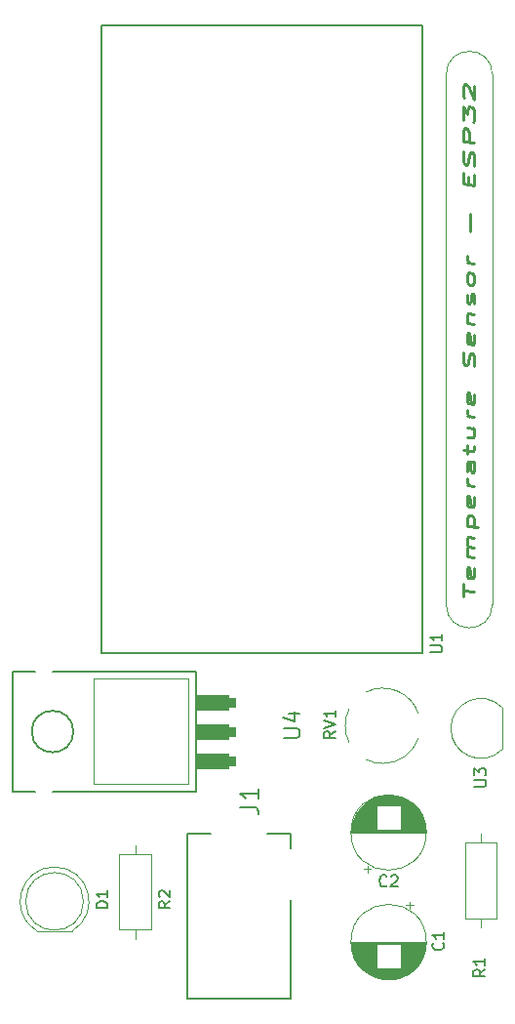
<source format=gbr>
G04 #@! TF.GenerationSoftware,KiCad,Pcbnew,(5.1.12)-1*
G04 #@! TF.CreationDate,2021-12-26T01:52:18+01:00*
G04 #@! TF.ProjectId,esp32,65737033-322e-46b6-9963-61645f706362,rev?*
G04 #@! TF.SameCoordinates,Original*
G04 #@! TF.FileFunction,Legend,Top*
G04 #@! TF.FilePolarity,Positive*
%FSLAX46Y46*%
G04 Gerber Fmt 4.6, Leading zero omitted, Abs format (unit mm)*
G04 Created by KiCad (PCBNEW (5.1.12)-1) date 2021-12-26 01:52:18*
%MOMM*%
%LPD*%
G01*
G04 APERTURE LIST*
%ADD10C,0.120000*%
%ADD11C,0.250000*%
%ADD12C,0.127000*%
%ADD13C,0.050800*%
%ADD14C,0.010000*%
%ADD15C,0.200000*%
%ADD16C,0.150000*%
G04 APERTURE END LIST*
D10*
X163000000Y-84000000D02*
G75*
G02*
X159000000Y-84000000I-2000000J0D01*
G01*
X159000000Y-38000000D02*
G75*
G02*
X163000000Y-38000000I2000000J0D01*
G01*
X163000000Y-38000000D02*
X163000000Y-84000000D01*
X159000000Y-38000000D02*
X159000000Y-84000000D01*
D11*
X160452380Y-83316443D02*
X160452380Y-82173586D01*
X161452380Y-82870014D02*
X160452380Y-82745014D01*
X161404761Y-80864062D02*
X161452380Y-81060491D01*
X161452380Y-81441443D01*
X161404761Y-81625967D01*
X161309523Y-81709300D01*
X160928571Y-81661681D01*
X160833333Y-81554538D01*
X160785714Y-81358110D01*
X160785714Y-80977157D01*
X160833333Y-80792633D01*
X160928571Y-80709300D01*
X161023809Y-80721205D01*
X161119047Y-81685491D01*
X161452380Y-79917633D02*
X160785714Y-79834300D01*
X160880952Y-79846205D02*
X160833333Y-79745014D01*
X160785714Y-79548586D01*
X160785714Y-79262872D01*
X160833333Y-79078348D01*
X160928571Y-78995014D01*
X161452380Y-79060491D01*
X160928571Y-78995014D02*
X160833333Y-78887872D01*
X160785714Y-78691443D01*
X160785714Y-78405729D01*
X160833333Y-78221205D01*
X160928571Y-78137872D01*
X161452380Y-78203348D01*
X160785714Y-77167633D02*
X161785714Y-77292633D01*
X160833333Y-77173586D02*
X160785714Y-76977157D01*
X160785714Y-76596205D01*
X160833333Y-76411681D01*
X160880952Y-76322395D01*
X160976190Y-76239062D01*
X161261904Y-76274776D01*
X161357142Y-76381919D01*
X161404761Y-76483110D01*
X161452380Y-76679538D01*
X161452380Y-77060491D01*
X161404761Y-77245014D01*
X161404761Y-74673586D02*
X161452380Y-74870014D01*
X161452380Y-75250967D01*
X161404761Y-75435491D01*
X161309523Y-75518824D01*
X160928571Y-75471205D01*
X160833333Y-75364062D01*
X160785714Y-75167633D01*
X160785714Y-74786681D01*
X160833333Y-74602157D01*
X160928571Y-74518824D01*
X161023809Y-74530729D01*
X161119047Y-75495014D01*
X161452380Y-73727157D02*
X160785714Y-73643824D01*
X160976190Y-73667633D02*
X160880952Y-73560491D01*
X160833333Y-73459300D01*
X160785714Y-73262872D01*
X160785714Y-73072395D01*
X161452380Y-71631919D02*
X160928571Y-71566443D01*
X160833333Y-71649776D01*
X160785714Y-71834300D01*
X160785714Y-72215252D01*
X160833333Y-72411681D01*
X161404761Y-71625967D02*
X161452380Y-71822395D01*
X161452380Y-72298586D01*
X161404761Y-72483110D01*
X161309523Y-72566443D01*
X161214285Y-72554538D01*
X161119047Y-72447395D01*
X161071428Y-72250967D01*
X161071428Y-71774776D01*
X161023809Y-71578348D01*
X160785714Y-70881919D02*
X160785714Y-70120014D01*
X160452380Y-70554538D02*
X161309523Y-70661681D01*
X161404761Y-70578348D01*
X161452380Y-70393824D01*
X161452380Y-70203348D01*
X160785714Y-68596205D02*
X161452380Y-68679538D01*
X160785714Y-69453348D02*
X161309523Y-69518824D01*
X161404761Y-69435491D01*
X161452380Y-69250967D01*
X161452380Y-68965252D01*
X161404761Y-68768824D01*
X161357142Y-68667633D01*
X161452380Y-67727157D02*
X160785714Y-67643824D01*
X160976190Y-67667633D02*
X160880952Y-67560491D01*
X160833333Y-67459300D01*
X160785714Y-67262872D01*
X160785714Y-67072395D01*
X161404761Y-65721205D02*
X161452380Y-65917633D01*
X161452380Y-66298586D01*
X161404761Y-66483110D01*
X161309523Y-66566443D01*
X160928571Y-66518824D01*
X160833333Y-66411681D01*
X160785714Y-66215252D01*
X160785714Y-65834300D01*
X160833333Y-65649776D01*
X160928571Y-65566443D01*
X161023809Y-65578348D01*
X161119047Y-66542633D01*
X161404761Y-63340252D02*
X161452380Y-63060491D01*
X161452380Y-62584300D01*
X161404761Y-62387872D01*
X161357142Y-62286681D01*
X161261904Y-62179538D01*
X161166666Y-62167633D01*
X161071428Y-62250967D01*
X161023809Y-62340252D01*
X160976190Y-62524776D01*
X160928571Y-62899776D01*
X160880952Y-63084300D01*
X160833333Y-63173586D01*
X160738095Y-63256919D01*
X160642857Y-63245014D01*
X160547619Y-63137872D01*
X160500000Y-63036681D01*
X160452380Y-62840252D01*
X160452380Y-62364062D01*
X160500000Y-62084300D01*
X161404761Y-60578348D02*
X161452380Y-60774776D01*
X161452380Y-61155729D01*
X161404761Y-61340252D01*
X161309523Y-61423586D01*
X160928571Y-61375967D01*
X160833333Y-61268824D01*
X160785714Y-61072395D01*
X160785714Y-60691443D01*
X160833333Y-60506919D01*
X160928571Y-60423586D01*
X161023809Y-60435491D01*
X161119047Y-61399776D01*
X160785714Y-59548586D02*
X161452380Y-59631919D01*
X160880952Y-59560491D02*
X160833333Y-59459300D01*
X160785714Y-59262872D01*
X160785714Y-58977157D01*
X160833333Y-58792633D01*
X160928571Y-58709300D01*
X161452380Y-58774776D01*
X161404761Y-57911681D02*
X161452380Y-57727157D01*
X161452380Y-57346205D01*
X161404761Y-57149776D01*
X161309523Y-57042633D01*
X161261904Y-57036681D01*
X161166666Y-57120014D01*
X161119047Y-57304538D01*
X161119047Y-57590252D01*
X161071428Y-57774776D01*
X160976190Y-57858110D01*
X160928571Y-57852157D01*
X160833333Y-57745014D01*
X160785714Y-57548586D01*
X160785714Y-57262872D01*
X160833333Y-57078348D01*
X161452380Y-55917633D02*
X161404761Y-56102157D01*
X161357142Y-56191443D01*
X161261904Y-56274776D01*
X160976190Y-56239062D01*
X160880952Y-56131919D01*
X160833333Y-56030729D01*
X160785714Y-55834300D01*
X160785714Y-55548586D01*
X160833333Y-55364062D01*
X160880952Y-55274776D01*
X160976190Y-55191443D01*
X161261904Y-55227157D01*
X161357142Y-55334300D01*
X161404761Y-55435491D01*
X161452380Y-55631919D01*
X161452380Y-55917633D01*
X161452380Y-54393824D02*
X160785714Y-54310491D01*
X160976190Y-54334300D02*
X160880952Y-54227157D01*
X160833333Y-54125967D01*
X160785714Y-53929538D01*
X160785714Y-53739062D01*
X161071428Y-51584300D02*
X161071428Y-50060491D01*
X160928571Y-47566443D02*
X160928571Y-46899776D01*
X161452380Y-46679538D02*
X161452380Y-47631919D01*
X160452380Y-47506919D01*
X160452380Y-46554538D01*
X161404761Y-45911681D02*
X161452380Y-45631919D01*
X161452380Y-45155729D01*
X161404761Y-44959300D01*
X161357142Y-44858110D01*
X161261904Y-44750967D01*
X161166666Y-44739062D01*
X161071428Y-44822395D01*
X161023809Y-44911681D01*
X160976190Y-45096205D01*
X160928571Y-45471205D01*
X160880952Y-45655729D01*
X160833333Y-45745014D01*
X160738095Y-45828348D01*
X160642857Y-45816443D01*
X160547619Y-45709300D01*
X160500000Y-45608110D01*
X160452380Y-45411681D01*
X160452380Y-44935491D01*
X160500000Y-44655729D01*
X161452380Y-43917633D02*
X160452380Y-43792633D01*
X160452380Y-43030729D01*
X160500000Y-42846205D01*
X160547619Y-42756919D01*
X160642857Y-42673586D01*
X160785714Y-42691443D01*
X160880952Y-42798586D01*
X160928571Y-42899776D01*
X160976190Y-43096205D01*
X160976190Y-43858110D01*
X160452380Y-41983110D02*
X160452380Y-40745014D01*
X160833333Y-41459300D01*
X160833333Y-41173586D01*
X160880952Y-40989062D01*
X160928571Y-40899776D01*
X161023809Y-40816443D01*
X161261904Y-40846205D01*
X161357142Y-40953348D01*
X161404761Y-41054538D01*
X161452380Y-41250967D01*
X161452380Y-41822395D01*
X161404761Y-42006919D01*
X161357142Y-42096205D01*
X160547619Y-39995014D02*
X160500000Y-39893824D01*
X160452380Y-39697395D01*
X160452380Y-39221205D01*
X160500000Y-39036681D01*
X160547619Y-38947395D01*
X160642857Y-38864062D01*
X160738095Y-38875967D01*
X160880952Y-38989062D01*
X161452380Y-40203348D01*
X161452380Y-38965252D01*
D10*
X156591846Y-95564608D02*
G75*
G02*
X153500000Y-97770000I-3091846J1064608D01*
G01*
X152016032Y-91586171D02*
G75*
G02*
X156592000Y-93436000I1483968J-2913829D01*
G01*
X150586613Y-95985202D02*
G75*
G02*
X150586000Y-93016000I2913387J1485202D01*
G01*
X153556863Y-97770075D02*
G75*
G02*
X152015000Y-97414000I-56863J3270075D01*
G01*
X156154000Y-110064759D02*
X155524000Y-110064759D01*
X155839000Y-109749759D02*
X155839000Y-110379759D01*
X154402000Y-116491000D02*
X153598000Y-116491000D01*
X154633000Y-116451000D02*
X153367000Y-116451000D01*
X154802000Y-116411000D02*
X153198000Y-116411000D01*
X154940000Y-116371000D02*
X153060000Y-116371000D01*
X155059000Y-116331000D02*
X152941000Y-116331000D01*
X155165000Y-116291000D02*
X152835000Y-116291000D01*
X155262000Y-116251000D02*
X152738000Y-116251000D01*
X155350000Y-116211000D02*
X152650000Y-116211000D01*
X155432000Y-116171000D02*
X152568000Y-116171000D01*
X155509000Y-116131000D02*
X152491000Y-116131000D01*
X155581000Y-116091000D02*
X152419000Y-116091000D01*
X155650000Y-116051000D02*
X152350000Y-116051000D01*
X155714000Y-116011000D02*
X152286000Y-116011000D01*
X155776000Y-115971000D02*
X152224000Y-115971000D01*
X155834000Y-115931000D02*
X152166000Y-115931000D01*
X155890000Y-115891000D02*
X152110000Y-115891000D01*
X155944000Y-115851000D02*
X152056000Y-115851000D01*
X155995000Y-115811000D02*
X152005000Y-115811000D01*
X156044000Y-115771000D02*
X151956000Y-115771000D01*
X156092000Y-115731000D02*
X151908000Y-115731000D01*
X156137000Y-115691000D02*
X151863000Y-115691000D01*
X156182000Y-115651000D02*
X151818000Y-115651000D01*
X156224000Y-115611000D02*
X151776000Y-115611000D01*
X156265000Y-115571000D02*
X151735000Y-115571000D01*
X152960000Y-115531000D02*
X151695000Y-115531000D01*
X156305000Y-115531000D02*
X155040000Y-115531000D01*
X152960000Y-115491000D02*
X151657000Y-115491000D01*
X156343000Y-115491000D02*
X155040000Y-115491000D01*
X152960000Y-115451000D02*
X151620000Y-115451000D01*
X156380000Y-115451000D02*
X155040000Y-115451000D01*
X152960000Y-115411000D02*
X151584000Y-115411000D01*
X156416000Y-115411000D02*
X155040000Y-115411000D01*
X152960000Y-115371000D02*
X151550000Y-115371000D01*
X156450000Y-115371000D02*
X155040000Y-115371000D01*
X152960000Y-115331000D02*
X151516000Y-115331000D01*
X156484000Y-115331000D02*
X155040000Y-115331000D01*
X152960000Y-115291000D02*
X151484000Y-115291000D01*
X156516000Y-115291000D02*
X155040000Y-115291000D01*
X152960000Y-115251000D02*
X151452000Y-115251000D01*
X156548000Y-115251000D02*
X155040000Y-115251000D01*
X152960000Y-115211000D02*
X151422000Y-115211000D01*
X156578000Y-115211000D02*
X155040000Y-115211000D01*
X152960000Y-115171000D02*
X151393000Y-115171000D01*
X156607000Y-115171000D02*
X155040000Y-115171000D01*
X152960000Y-115131000D02*
X151364000Y-115131000D01*
X156636000Y-115131000D02*
X155040000Y-115131000D01*
X152960000Y-115091000D02*
X151336000Y-115091000D01*
X156664000Y-115091000D02*
X155040000Y-115091000D01*
X152960000Y-115051000D02*
X151310000Y-115051000D01*
X156690000Y-115051000D02*
X155040000Y-115051000D01*
X152960000Y-115011000D02*
X151284000Y-115011000D01*
X156716000Y-115011000D02*
X155040000Y-115011000D01*
X152960000Y-114971000D02*
X151258000Y-114971000D01*
X156742000Y-114971000D02*
X155040000Y-114971000D01*
X152960000Y-114931000D02*
X151234000Y-114931000D01*
X156766000Y-114931000D02*
X155040000Y-114931000D01*
X152960000Y-114891000D02*
X151210000Y-114891000D01*
X156790000Y-114891000D02*
X155040000Y-114891000D01*
X152960000Y-114851000D02*
X151188000Y-114851000D01*
X156812000Y-114851000D02*
X155040000Y-114851000D01*
X152960000Y-114811000D02*
X151166000Y-114811000D01*
X156834000Y-114811000D02*
X155040000Y-114811000D01*
X152960000Y-114771000D02*
X151144000Y-114771000D01*
X156856000Y-114771000D02*
X155040000Y-114771000D01*
X152960000Y-114731000D02*
X151124000Y-114731000D01*
X156876000Y-114731000D02*
X155040000Y-114731000D01*
X152960000Y-114691000D02*
X151104000Y-114691000D01*
X156896000Y-114691000D02*
X155040000Y-114691000D01*
X152960000Y-114651000D02*
X151084000Y-114651000D01*
X156916000Y-114651000D02*
X155040000Y-114651000D01*
X152960000Y-114611000D02*
X151066000Y-114611000D01*
X156934000Y-114611000D02*
X155040000Y-114611000D01*
X152960000Y-114571000D02*
X151048000Y-114571000D01*
X156952000Y-114571000D02*
X155040000Y-114571000D01*
X152960000Y-114531000D02*
X151030000Y-114531000D01*
X156970000Y-114531000D02*
X155040000Y-114531000D01*
X152960000Y-114491000D02*
X151014000Y-114491000D01*
X156986000Y-114491000D02*
X155040000Y-114491000D01*
X152960000Y-114451000D02*
X150998000Y-114451000D01*
X157002000Y-114451000D02*
X155040000Y-114451000D01*
X152960000Y-114411000D02*
X150982000Y-114411000D01*
X157018000Y-114411000D02*
X155040000Y-114411000D01*
X152960000Y-114371000D02*
X150967000Y-114371000D01*
X157033000Y-114371000D02*
X155040000Y-114371000D01*
X152960000Y-114331000D02*
X150953000Y-114331000D01*
X157047000Y-114331000D02*
X155040000Y-114331000D01*
X152960000Y-114291000D02*
X150939000Y-114291000D01*
X157061000Y-114291000D02*
X155040000Y-114291000D01*
X152960000Y-114251000D02*
X150926000Y-114251000D01*
X157074000Y-114251000D02*
X155040000Y-114251000D01*
X152960000Y-114211000D02*
X150914000Y-114211000D01*
X157086000Y-114211000D02*
X155040000Y-114211000D01*
X152960000Y-114171000D02*
X150902000Y-114171000D01*
X157098000Y-114171000D02*
X155040000Y-114171000D01*
X152960000Y-114131000D02*
X150890000Y-114131000D01*
X157110000Y-114131000D02*
X155040000Y-114131000D01*
X152960000Y-114091000D02*
X150879000Y-114091000D01*
X157121000Y-114091000D02*
X155040000Y-114091000D01*
X152960000Y-114051000D02*
X150869000Y-114051000D01*
X157131000Y-114051000D02*
X155040000Y-114051000D01*
X152960000Y-114011000D02*
X150859000Y-114011000D01*
X157141000Y-114011000D02*
X155040000Y-114011000D01*
X152960000Y-113971000D02*
X150850000Y-113971000D01*
X157150000Y-113971000D02*
X155040000Y-113971000D01*
X152960000Y-113930000D02*
X150841000Y-113930000D01*
X157159000Y-113930000D02*
X155040000Y-113930000D01*
X152960000Y-113890000D02*
X150833000Y-113890000D01*
X157167000Y-113890000D02*
X155040000Y-113890000D01*
X152960000Y-113850000D02*
X150825000Y-113850000D01*
X157175000Y-113850000D02*
X155040000Y-113850000D01*
X152960000Y-113810000D02*
X150818000Y-113810000D01*
X157182000Y-113810000D02*
X155040000Y-113810000D01*
X152960000Y-113770000D02*
X150811000Y-113770000D01*
X157189000Y-113770000D02*
X155040000Y-113770000D01*
X152960000Y-113730000D02*
X150805000Y-113730000D01*
X157195000Y-113730000D02*
X155040000Y-113730000D01*
X152960000Y-113690000D02*
X150799000Y-113690000D01*
X157201000Y-113690000D02*
X155040000Y-113690000D01*
X152960000Y-113650000D02*
X150794000Y-113650000D01*
X157206000Y-113650000D02*
X155040000Y-113650000D01*
X152960000Y-113610000D02*
X150789000Y-113610000D01*
X157211000Y-113610000D02*
X155040000Y-113610000D01*
X152960000Y-113570000D02*
X150785000Y-113570000D01*
X157215000Y-113570000D02*
X155040000Y-113570000D01*
X152960000Y-113530000D02*
X150782000Y-113530000D01*
X157218000Y-113530000D02*
X155040000Y-113530000D01*
X152960000Y-113490000D02*
X150778000Y-113490000D01*
X157222000Y-113490000D02*
X155040000Y-113490000D01*
X157224000Y-113450000D02*
X150776000Y-113450000D01*
X157227000Y-113410000D02*
X150773000Y-113410000D01*
X157228000Y-113370000D02*
X150772000Y-113370000D01*
X157230000Y-113330000D02*
X150770000Y-113330000D01*
X157230000Y-113290000D02*
X150770000Y-113290000D01*
X157230000Y-113250000D02*
X150770000Y-113250000D01*
X157270000Y-113250000D02*
G75*
G03*
X157270000Y-113250000I-3270000J0D01*
G01*
X162000000Y-103880000D02*
X162000000Y-104650000D01*
X162000000Y-111960000D02*
X162000000Y-111190000D01*
X160630000Y-104650000D02*
X160630000Y-111190000D01*
X163370000Y-104650000D02*
X160630000Y-104650000D01*
X163370000Y-111190000D02*
X163370000Y-104650000D01*
X160630000Y-111190000D02*
X163370000Y-111190000D01*
D12*
X137270000Y-100207000D02*
X137270000Y-89793000D01*
X121395000Y-89793000D02*
X121395000Y-100207000D01*
X137270000Y-89793000D02*
X124824000Y-89793000D01*
X123300000Y-89793000D02*
X121395000Y-89793000D01*
X137270000Y-100207000D02*
X124824000Y-100207000D01*
X123300000Y-100207000D02*
X121395000Y-100207000D01*
D13*
X136635000Y-99572000D02*
X136635000Y-90428000D01*
X128380000Y-90428000D02*
X136635000Y-90428000D01*
X128380000Y-90428000D02*
X128380000Y-99572000D01*
X136635000Y-99572000D02*
X128380000Y-99572000D01*
D12*
X126627400Y-95000000D02*
G75*
G03*
X126627400Y-95000000I-1803400J0D01*
G01*
D14*
G36*
X140064000Y-92840260D02*
G01*
X140064000Y-92079000D01*
X140700610Y-92079000D01*
X140700610Y-92840260D01*
X140064000Y-92840260D01*
G37*
X140064000Y-92840260D02*
X140064000Y-92079000D01*
X140700610Y-92079000D01*
X140700610Y-92840260D01*
X140064000Y-92840260D01*
G36*
X140064000Y-95381177D02*
G01*
X140064000Y-94619000D01*
X140701190Y-94619000D01*
X140701190Y-95381177D01*
X140064000Y-95381177D01*
G37*
X140064000Y-95381177D02*
X140064000Y-94619000D01*
X140701190Y-94619000D01*
X140701190Y-95381177D01*
X140064000Y-95381177D01*
G36*
X140064000Y-97922290D02*
G01*
X140064000Y-97159000D01*
X140701080Y-97159000D01*
X140701080Y-97922290D01*
X140064000Y-97922290D01*
G37*
X140064000Y-97922290D02*
X140064000Y-97159000D01*
X140701080Y-97159000D01*
X140701080Y-97922290D01*
X140064000Y-97922290D01*
G36*
X137270000Y-98180540D02*
G01*
X137270000Y-96905000D01*
X140071090Y-96905000D01*
X140071090Y-98180540D01*
X137270000Y-98180540D01*
G37*
X137270000Y-98180540D02*
X137270000Y-96905000D01*
X140071090Y-96905000D01*
X140071090Y-98180540D01*
X137270000Y-98180540D01*
G36*
X137270000Y-95635881D02*
G01*
X137270000Y-94365000D01*
X140069640Y-94365000D01*
X140069640Y-95635881D01*
X137270000Y-95635881D01*
G37*
X137270000Y-95635881D02*
X137270000Y-94365000D01*
X140069640Y-94365000D01*
X140069640Y-95635881D01*
X137270000Y-95635881D01*
G36*
X137270000Y-93092870D02*
G01*
X137270000Y-91825000D01*
X140068550Y-91825000D01*
X140068550Y-93092870D01*
X137270000Y-93092870D01*
G37*
X137270000Y-93092870D02*
X137270000Y-91825000D01*
X140068550Y-91825000D01*
X140068550Y-93092870D01*
X137270000Y-93092870D01*
D10*
X151846000Y-106935241D02*
X152476000Y-106935241D01*
X152161000Y-107250241D02*
X152161000Y-106620241D01*
X153598000Y-100509000D02*
X154402000Y-100509000D01*
X153367000Y-100549000D02*
X154633000Y-100549000D01*
X153198000Y-100589000D02*
X154802000Y-100589000D01*
X153060000Y-100629000D02*
X154940000Y-100629000D01*
X152941000Y-100669000D02*
X155059000Y-100669000D01*
X152835000Y-100709000D02*
X155165000Y-100709000D01*
X152738000Y-100749000D02*
X155262000Y-100749000D01*
X152650000Y-100789000D02*
X155350000Y-100789000D01*
X152568000Y-100829000D02*
X155432000Y-100829000D01*
X152491000Y-100869000D02*
X155509000Y-100869000D01*
X152419000Y-100909000D02*
X155581000Y-100909000D01*
X152350000Y-100949000D02*
X155650000Y-100949000D01*
X152286000Y-100989000D02*
X155714000Y-100989000D01*
X152224000Y-101029000D02*
X155776000Y-101029000D01*
X152166000Y-101069000D02*
X155834000Y-101069000D01*
X152110000Y-101109000D02*
X155890000Y-101109000D01*
X152056000Y-101149000D02*
X155944000Y-101149000D01*
X152005000Y-101189000D02*
X155995000Y-101189000D01*
X151956000Y-101229000D02*
X156044000Y-101229000D01*
X151908000Y-101269000D02*
X156092000Y-101269000D01*
X151863000Y-101309000D02*
X156137000Y-101309000D01*
X151818000Y-101349000D02*
X156182000Y-101349000D01*
X151776000Y-101389000D02*
X156224000Y-101389000D01*
X151735000Y-101429000D02*
X156265000Y-101429000D01*
X155040000Y-101469000D02*
X156305000Y-101469000D01*
X151695000Y-101469000D02*
X152960000Y-101469000D01*
X155040000Y-101509000D02*
X156343000Y-101509000D01*
X151657000Y-101509000D02*
X152960000Y-101509000D01*
X155040000Y-101549000D02*
X156380000Y-101549000D01*
X151620000Y-101549000D02*
X152960000Y-101549000D01*
X155040000Y-101589000D02*
X156416000Y-101589000D01*
X151584000Y-101589000D02*
X152960000Y-101589000D01*
X155040000Y-101629000D02*
X156450000Y-101629000D01*
X151550000Y-101629000D02*
X152960000Y-101629000D01*
X155040000Y-101669000D02*
X156484000Y-101669000D01*
X151516000Y-101669000D02*
X152960000Y-101669000D01*
X155040000Y-101709000D02*
X156516000Y-101709000D01*
X151484000Y-101709000D02*
X152960000Y-101709000D01*
X155040000Y-101749000D02*
X156548000Y-101749000D01*
X151452000Y-101749000D02*
X152960000Y-101749000D01*
X155040000Y-101789000D02*
X156578000Y-101789000D01*
X151422000Y-101789000D02*
X152960000Y-101789000D01*
X155040000Y-101829000D02*
X156607000Y-101829000D01*
X151393000Y-101829000D02*
X152960000Y-101829000D01*
X155040000Y-101869000D02*
X156636000Y-101869000D01*
X151364000Y-101869000D02*
X152960000Y-101869000D01*
X155040000Y-101909000D02*
X156664000Y-101909000D01*
X151336000Y-101909000D02*
X152960000Y-101909000D01*
X155040000Y-101949000D02*
X156690000Y-101949000D01*
X151310000Y-101949000D02*
X152960000Y-101949000D01*
X155040000Y-101989000D02*
X156716000Y-101989000D01*
X151284000Y-101989000D02*
X152960000Y-101989000D01*
X155040000Y-102029000D02*
X156742000Y-102029000D01*
X151258000Y-102029000D02*
X152960000Y-102029000D01*
X155040000Y-102069000D02*
X156766000Y-102069000D01*
X151234000Y-102069000D02*
X152960000Y-102069000D01*
X155040000Y-102109000D02*
X156790000Y-102109000D01*
X151210000Y-102109000D02*
X152960000Y-102109000D01*
X155040000Y-102149000D02*
X156812000Y-102149000D01*
X151188000Y-102149000D02*
X152960000Y-102149000D01*
X155040000Y-102189000D02*
X156834000Y-102189000D01*
X151166000Y-102189000D02*
X152960000Y-102189000D01*
X155040000Y-102229000D02*
X156856000Y-102229000D01*
X151144000Y-102229000D02*
X152960000Y-102229000D01*
X155040000Y-102269000D02*
X156876000Y-102269000D01*
X151124000Y-102269000D02*
X152960000Y-102269000D01*
X155040000Y-102309000D02*
X156896000Y-102309000D01*
X151104000Y-102309000D02*
X152960000Y-102309000D01*
X155040000Y-102349000D02*
X156916000Y-102349000D01*
X151084000Y-102349000D02*
X152960000Y-102349000D01*
X155040000Y-102389000D02*
X156934000Y-102389000D01*
X151066000Y-102389000D02*
X152960000Y-102389000D01*
X155040000Y-102429000D02*
X156952000Y-102429000D01*
X151048000Y-102429000D02*
X152960000Y-102429000D01*
X155040000Y-102469000D02*
X156970000Y-102469000D01*
X151030000Y-102469000D02*
X152960000Y-102469000D01*
X155040000Y-102509000D02*
X156986000Y-102509000D01*
X151014000Y-102509000D02*
X152960000Y-102509000D01*
X155040000Y-102549000D02*
X157002000Y-102549000D01*
X150998000Y-102549000D02*
X152960000Y-102549000D01*
X155040000Y-102589000D02*
X157018000Y-102589000D01*
X150982000Y-102589000D02*
X152960000Y-102589000D01*
X155040000Y-102629000D02*
X157033000Y-102629000D01*
X150967000Y-102629000D02*
X152960000Y-102629000D01*
X155040000Y-102669000D02*
X157047000Y-102669000D01*
X150953000Y-102669000D02*
X152960000Y-102669000D01*
X155040000Y-102709000D02*
X157061000Y-102709000D01*
X150939000Y-102709000D02*
X152960000Y-102709000D01*
X155040000Y-102749000D02*
X157074000Y-102749000D01*
X150926000Y-102749000D02*
X152960000Y-102749000D01*
X155040000Y-102789000D02*
X157086000Y-102789000D01*
X150914000Y-102789000D02*
X152960000Y-102789000D01*
X155040000Y-102829000D02*
X157098000Y-102829000D01*
X150902000Y-102829000D02*
X152960000Y-102829000D01*
X155040000Y-102869000D02*
X157110000Y-102869000D01*
X150890000Y-102869000D02*
X152960000Y-102869000D01*
X155040000Y-102909000D02*
X157121000Y-102909000D01*
X150879000Y-102909000D02*
X152960000Y-102909000D01*
X155040000Y-102949000D02*
X157131000Y-102949000D01*
X150869000Y-102949000D02*
X152960000Y-102949000D01*
X155040000Y-102989000D02*
X157141000Y-102989000D01*
X150859000Y-102989000D02*
X152960000Y-102989000D01*
X155040000Y-103029000D02*
X157150000Y-103029000D01*
X150850000Y-103029000D02*
X152960000Y-103029000D01*
X155040000Y-103070000D02*
X157159000Y-103070000D01*
X150841000Y-103070000D02*
X152960000Y-103070000D01*
X155040000Y-103110000D02*
X157167000Y-103110000D01*
X150833000Y-103110000D02*
X152960000Y-103110000D01*
X155040000Y-103150000D02*
X157175000Y-103150000D01*
X150825000Y-103150000D02*
X152960000Y-103150000D01*
X155040000Y-103190000D02*
X157182000Y-103190000D01*
X150818000Y-103190000D02*
X152960000Y-103190000D01*
X155040000Y-103230000D02*
X157189000Y-103230000D01*
X150811000Y-103230000D02*
X152960000Y-103230000D01*
X155040000Y-103270000D02*
X157195000Y-103270000D01*
X150805000Y-103270000D02*
X152960000Y-103270000D01*
X155040000Y-103310000D02*
X157201000Y-103310000D01*
X150799000Y-103310000D02*
X152960000Y-103310000D01*
X155040000Y-103350000D02*
X157206000Y-103350000D01*
X150794000Y-103350000D02*
X152960000Y-103350000D01*
X155040000Y-103390000D02*
X157211000Y-103390000D01*
X150789000Y-103390000D02*
X152960000Y-103390000D01*
X155040000Y-103430000D02*
X157215000Y-103430000D01*
X150785000Y-103430000D02*
X152960000Y-103430000D01*
X155040000Y-103470000D02*
X157218000Y-103470000D01*
X150782000Y-103470000D02*
X152960000Y-103470000D01*
X155040000Y-103510000D02*
X157222000Y-103510000D01*
X150778000Y-103510000D02*
X152960000Y-103510000D01*
X150776000Y-103550000D02*
X157224000Y-103550000D01*
X150773000Y-103590000D02*
X157227000Y-103590000D01*
X150772000Y-103630000D02*
X157228000Y-103630000D01*
X150770000Y-103670000D02*
X157230000Y-103670000D01*
X150770000Y-103710000D02*
X157230000Y-103710000D01*
X150770000Y-103750000D02*
X157230000Y-103750000D01*
X157270000Y-103750000D02*
G75*
G03*
X157270000Y-103750000I-3270000J0D01*
G01*
X130630000Y-112190000D02*
X133370000Y-112190000D01*
X133370000Y-112190000D02*
X133370000Y-105650000D01*
X133370000Y-105650000D02*
X130630000Y-105650000D01*
X130630000Y-105650000D02*
X130630000Y-112190000D01*
X132000000Y-112960000D02*
X132000000Y-112190000D01*
X132000000Y-104880000D02*
X132000000Y-105650000D01*
X163850000Y-96530000D02*
X163850000Y-92930000D01*
X163838478Y-96568478D02*
G75*
G02*
X159400000Y-94730000I-1838478J1838478D01*
G01*
X163838478Y-92891522D02*
G75*
G03*
X159400000Y-94730000I-1838478J-1838478D01*
G01*
X127500000Y-109730000D02*
G75*
G03*
X127500000Y-109730000I-2500000J0D01*
G01*
X123455000Y-112290000D02*
X126545000Y-112290000D01*
X125000462Y-106740000D02*
G75*
G03*
X123455170Y-112290000I-462J-2990000D01*
G01*
X124999538Y-106740000D02*
G75*
G02*
X126544830Y-112290000I462J-2990000D01*
G01*
D12*
X156950000Y-33750000D02*
X156950000Y-88150000D01*
X156950000Y-88150000D02*
X129050000Y-88150000D01*
X129050000Y-88150000D02*
X129050000Y-33750000D01*
X129050000Y-33750000D02*
X156950000Y-33750000D01*
D15*
X138550000Y-103850000D02*
X136500000Y-103850000D01*
X136500000Y-103850000D02*
X136500000Y-118150000D01*
X136500000Y-118150000D02*
X145500000Y-118150000D01*
X145500000Y-118150000D02*
X145500000Y-109600000D01*
X143450000Y-103850000D02*
X145500000Y-103850000D01*
X145500000Y-103850000D02*
X145500000Y-105100000D01*
D16*
X149382740Y-94971478D02*
X148906550Y-95304811D01*
X149382740Y-95542906D02*
X148382740Y-95542906D01*
X148382740Y-95161954D01*
X148430360Y-95066716D01*
X148477979Y-95019097D01*
X148573217Y-94971478D01*
X148716074Y-94971478D01*
X148811312Y-95019097D01*
X148858931Y-95066716D01*
X148906550Y-95161954D01*
X148906550Y-95542906D01*
X148382740Y-94685763D02*
X149382740Y-94352430D01*
X148382740Y-94019097D01*
X149382740Y-93161954D02*
X149382740Y-93733382D01*
X149382740Y-93447668D02*
X148382740Y-93447668D01*
X148525598Y-93542906D01*
X148620836Y-93638144D01*
X148668455Y-93733382D01*
X158700742Y-113338906D02*
X158748361Y-113386525D01*
X158795980Y-113529382D01*
X158795980Y-113624620D01*
X158748361Y-113767478D01*
X158653123Y-113862716D01*
X158557885Y-113910335D01*
X158367409Y-113957954D01*
X158224552Y-113957954D01*
X158034076Y-113910335D01*
X157938838Y-113862716D01*
X157843600Y-113767478D01*
X157795980Y-113624620D01*
X157795980Y-113529382D01*
X157843600Y-113386525D01*
X157891219Y-113338906D01*
X158795980Y-112386525D02*
X158795980Y-112957954D01*
X158795980Y-112672240D02*
X157795980Y-112672240D01*
X157938838Y-112767478D01*
X158034076Y-112862716D01*
X158081695Y-112957954D01*
X162367220Y-115640146D02*
X161891030Y-115973480D01*
X162367220Y-116211575D02*
X161367220Y-116211575D01*
X161367220Y-115830622D01*
X161414840Y-115735384D01*
X161462459Y-115687765D01*
X161557697Y-115640146D01*
X161700554Y-115640146D01*
X161795792Y-115687765D01*
X161843411Y-115735384D01*
X161891030Y-115830622D01*
X161891030Y-116211575D01*
X162367220Y-114687765D02*
X162367220Y-115259194D01*
X162367220Y-114973480D02*
X161367220Y-114973480D01*
X161510078Y-115068718D01*
X161605316Y-115163956D01*
X161652935Y-115259194D01*
X144881552Y-95537546D02*
X146016542Y-95537546D01*
X146150071Y-95470782D01*
X146216835Y-95404018D01*
X146283599Y-95270489D01*
X146283599Y-95003433D01*
X146216835Y-94869904D01*
X146150071Y-94803140D01*
X146016542Y-94736376D01*
X144881552Y-94736376D01*
X145348901Y-93467857D02*
X146283599Y-93467857D01*
X144814788Y-93801678D02*
X145816250Y-94135499D01*
X145816250Y-93267565D01*
X153833333Y-108357142D02*
X153785714Y-108404761D01*
X153642857Y-108452380D01*
X153547619Y-108452380D01*
X153404761Y-108404761D01*
X153309523Y-108309523D01*
X153261904Y-108214285D01*
X153214285Y-108023809D01*
X153214285Y-107880952D01*
X153261904Y-107690476D01*
X153309523Y-107595238D01*
X153404761Y-107500000D01*
X153547619Y-107452380D01*
X153642857Y-107452380D01*
X153785714Y-107500000D01*
X153833333Y-107547619D01*
X154214285Y-107547619D02*
X154261904Y-107500000D01*
X154357142Y-107452380D01*
X154595238Y-107452380D01*
X154690476Y-107500000D01*
X154738095Y-107547619D01*
X154785714Y-107642857D01*
X154785714Y-107738095D01*
X154738095Y-107880952D01*
X154166666Y-108452380D01*
X154785714Y-108452380D01*
X135026660Y-109732106D02*
X134550470Y-110065440D01*
X135026660Y-110303535D02*
X134026660Y-110303535D01*
X134026660Y-109922582D01*
X134074280Y-109827344D01*
X134121899Y-109779725D01*
X134217137Y-109732106D01*
X134359994Y-109732106D01*
X134455232Y-109779725D01*
X134502851Y-109827344D01*
X134550470Y-109922582D01*
X134550470Y-110303535D01*
X134121899Y-109351154D02*
X134074280Y-109303535D01*
X134026660Y-109208297D01*
X134026660Y-108970201D01*
X134074280Y-108874963D01*
X134121899Y-108827344D01*
X134217137Y-108779725D01*
X134312375Y-108779725D01*
X134455232Y-108827344D01*
X135026660Y-109398773D01*
X135026660Y-108779725D01*
X161452380Y-99761904D02*
X162261904Y-99761904D01*
X162357142Y-99714285D01*
X162404761Y-99666666D01*
X162452380Y-99571428D01*
X162452380Y-99380952D01*
X162404761Y-99285714D01*
X162357142Y-99238095D01*
X162261904Y-99190476D01*
X161452380Y-99190476D01*
X161452380Y-98809523D02*
X161452380Y-98190476D01*
X161833333Y-98523809D01*
X161833333Y-98380952D01*
X161880952Y-98285714D01*
X161928571Y-98238095D01*
X162023809Y-98190476D01*
X162261904Y-98190476D01*
X162357142Y-98238095D01*
X162404761Y-98285714D01*
X162452380Y-98380952D01*
X162452380Y-98666666D01*
X162404761Y-98761904D01*
X162357142Y-98809523D01*
X129606300Y-110303535D02*
X128606300Y-110303535D01*
X128606300Y-110065440D01*
X128653920Y-109922582D01*
X128749158Y-109827344D01*
X128844396Y-109779725D01*
X129034872Y-109732106D01*
X129177729Y-109732106D01*
X129368205Y-109779725D01*
X129463443Y-109827344D01*
X129558681Y-109922582D01*
X129606300Y-110065440D01*
X129606300Y-110303535D01*
X129606300Y-108779725D02*
X129606300Y-109351154D01*
X129606300Y-109065440D02*
X128606300Y-109065440D01*
X128749158Y-109160678D01*
X128844396Y-109255916D01*
X128892015Y-109351154D01*
X157628129Y-88117878D02*
X158437965Y-88117878D01*
X158533240Y-88070241D01*
X158580878Y-88022604D01*
X158628515Y-87927329D01*
X158628515Y-87736779D01*
X158580878Y-87641504D01*
X158533240Y-87593867D01*
X158437965Y-87546229D01*
X157628129Y-87546229D01*
X158628515Y-86545843D02*
X158628515Y-87117492D01*
X158628515Y-86831668D02*
X157628129Y-86831668D01*
X157771041Y-86926943D01*
X157866316Y-87022218D01*
X157913954Y-87117492D01*
X141123404Y-101533580D02*
X142266790Y-101533580D01*
X142495467Y-101609805D01*
X142647918Y-101762257D01*
X142724144Y-101990934D01*
X142724144Y-102143385D01*
X142724144Y-99932840D02*
X142724144Y-100847548D01*
X142724144Y-100390194D02*
X141123404Y-100390194D01*
X141352081Y-100542645D01*
X141504532Y-100695097D01*
X141580758Y-100847548D01*
M02*

</source>
